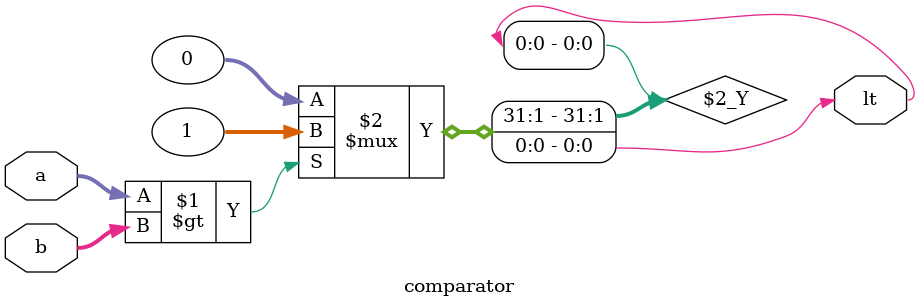
<source format=v>
module comparator #(parameter width = 4)(a,b,lt);
input [width-1:0] a,b;
output lt;
assign lt = (a > b) ? 1:0;
endmodule
</source>
